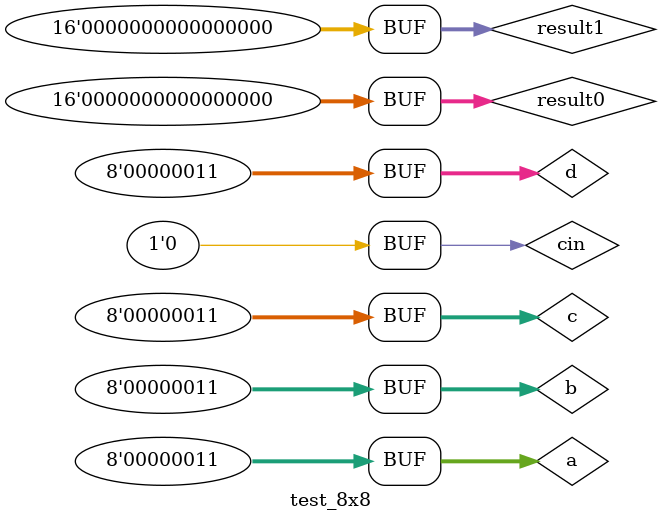
<source format=sv>
`timescale 1ns / 1ps
module test_8x8;
  reg [7:0] a,b,c,d;
  reg cin;
  wire cout;
  wire [15:0] result0, result1, sum;
  
  Add4bits TestFA (result0, result1, cin, cout, sum);
  vedic8x8 Vedic0(a, b, result0); 
  vedic8x8 Vedic1(c, d, result1); 
  

initial begin
		#10 result0= 16'b0; result1= 16'b0; cin=1'b0;
    #10 a= 8'b00000011; b= 8'b00000011; cin=1'b0;
  	#10 c= 8'b00000011; d= 8'b00000011; cin=1'b0;
    //#20 a= 8'b00110000; b= 8'b00100011;
    //#20 a= 8'b00100000; b= 8'b00100101;
    //#20 a= 8'b00000001; b= 8'b00000001;
    //#20 a= 8'b00010011; b= 8'b01110011;
    //#50 $finish; 
end

//always #5 clk = ~clk  ; 

endmodule

</source>
